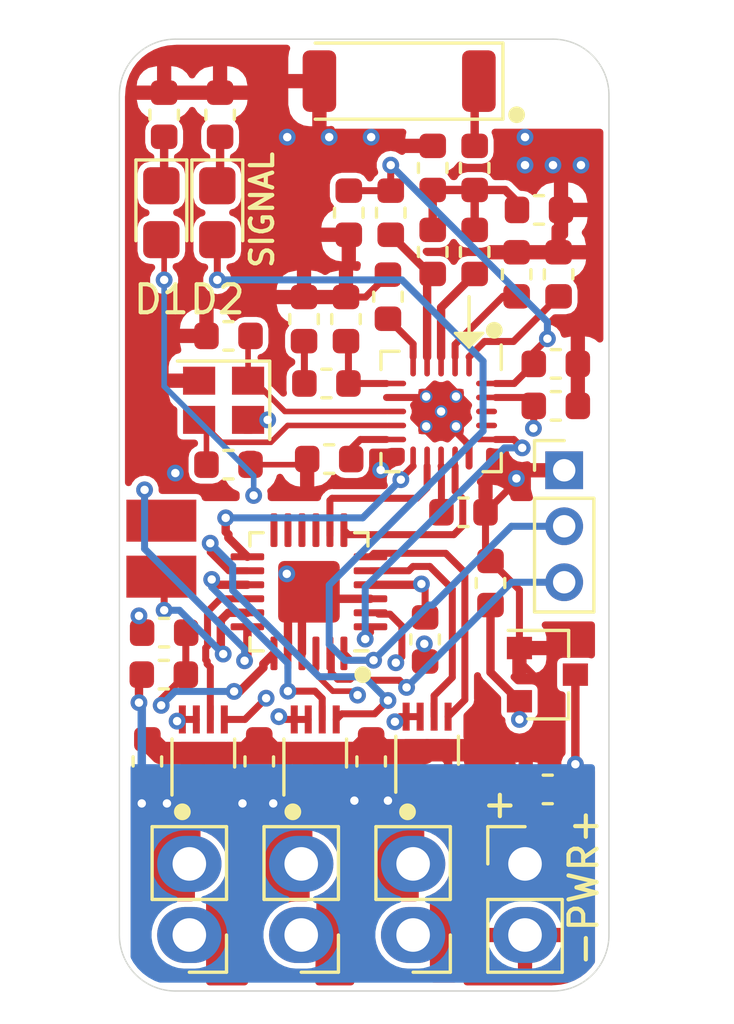
<source format=kicad_pcb>
(kicad_pcb (version 20200119) (host pcbnew "5.99.0-unknown-4f36980~101~ubuntu18.04.1")
  (title_block (title "Malenki-nano XS") (date "2020-04-27"))
  (layers (0 "F.Cu" signal) (1 "In1.Cu" signal) (2 "In2.Cu" signal hide) (31 "B.Cu" signal) (34 "B.Paste" user hide) (35 "F.Paste" user hide) (36 "B.SilkS" user) (37 "F.SilkS" user hide) (38 "B.Mask" user hide) (39 "F.Mask" user hide) (44 "Edge.Cuts" user))
  (net 0 "")
  (net 1 "GND")
  (net 2 "VBAT")
  (net 3 "VLOGIC")
  (net 4 "/radio/IMPMATCH")
  (net 5 "/radio/RFI")
  (net 6 "/radio/RFO")
  (net 7 "/radio/REGOA")
  (net 8 "/radio/VDA2")
  (net 9 "Net-(C14-Pad1)")
  (net 10 "Net-(C15-Pad1)")
  (net 11 "Net-(C16-Pad1)")
  (net 12 "Net-(C17-Pad1)")
  (net 13 "Net-(C18-Pad2)")
  (net 14 "Net-(C19-Pad1)")
  (net 15 "Net-(C22-Pad1)")
  (net 16 "Net-(C23-Pad1)")
  (net 17 "/radio/ANT")
  (net 18 "BLINKY")
  (net 19 "Net-(D1-Pad1)")
  (net 20 "TXDEBUG")
  (net 21 "Net-(D2-Pad1)")
  (net 22 "UPDI")
  (net 23 "WEAPON2")
  (net 24 "WEAPON3")
  (net 25 "Net-(J5-Pad2)")
  (net 26 "Net-(J5-Pad1)")
  (net 27 "Net-(J6-Pad2)")
  (net 28 "Net-(J6-Pad1)")
  (net 29 "Net-(J7-Pad2)")
  (net 30 "Net-(J7-Pad1)")
  (net 31 "VSENSE")
  (net 32 "Net-(U1-Pad18)")
  (net 33 "Net-(U1-Pad17)")
  (net 34 "GIO1")
  (net 35 "SPI_SDIO")
  (net 36 "SPI_SCK")
  (net 37 "SPI_SCS")
  (net 38 "MOTOR1R")
  (net 39 "MOTOR2R")
  (net 40 "MOTOR2F")
  (net 41 "Net-(U3-Pad12)")
  (net 42 "Net-(U3-Pad11)")
  (net 43 "Net-(U3-Pad10)")
  (net 44 "Net-(U3-Pad9)")
  (net 45 "MOTOR3F")
  (net 46 "MOTOR3R")
  (net 47 "MOTOR1F")
  (module "malenki-nano:a7105-QFN-20" (layer "F.Cu") (at 99.5 60.8 -90)
    (fp_text reference "U1" hide)
    (fp_text value "A7105")
    (pad "21" thru_hole circle (at 0.533333 0.533333 270) (size 0.45 0.45) (drill 0.3) (layers *.Cu *.Mask) (net 1 "GND"))
    (pad "21" thru_hole circle (at 0.533333 -0.533333 270) (size 0.45 0.45) (drill 0.3) (layers *.Cu *.Mask) (net 1 "GND"))
    (pad "21" thru_hole circle (at 0 0 270) (size 0.45 0.45) (drill 0.3) (layers *.Cu *.Mask) (net 1 "GND"))
    (pad "21" thru_hole circle (at -0.533333 0.533333 270) (size 0.45 0.45) (drill 0.3) (layers *.Cu *.Mask) (net 1 "GND"))
    (pad "21" thru_hole circle (at -0.533333 -0.533333 270) (size 0.45 0.45) (drill 0.3) (layers *.Cu *.Mask) (net 1 "GND"))
    (pad "21" smd rect (at 0.533333 0.533333 270) (size 0.533333 0.533333) (layers "F.Cu" "F.Paste" "F.Mask") (net 1 "GND"))
    (pad "21" smd rect (at 0.533333 0 270) (size 0.533333 0.533333) (layers "F.Cu" "F.Paste" "F.Mask") (net 1 "GND"))
    (pad "21" smd rect (at 0.533333 -0.533333 270) (size 0.533333 0.533333) (layers "F.Cu" "F.Paste" "F.Mask") (net 1 "GND"))
    (pad "21" smd rect (at 0 0.533333 270) (size 0.533333 0.533333) (layers "F.Cu" "F.Paste" "F.Mask") (net 1 "GND"))
    (pad "21" smd rect (at 0 0 270) (size 0.533333 0.533333) (layers "F.Cu" "F.Paste" "F.Mask") (net 1 "GND"))
    (pad "21" smd rect (at 0 -0.533333 270) (size 0.533333 0.533333) (layers "F.Cu" "F.Paste" "F.Mask") (net 1 "GND"))
    (pad "21" smd rect (at -0.533333 0.533333 270) (size 0.533333 0.533333) (layers "F.Cu" "F.Paste" "F.Mask") (net 1 "GND"))
    (pad "21" smd rect (at -0.533333 0 270) (size 0.533333 0.533333) (layers "F.Cu" "F.Paste" "F.Mask") (net 1 "GND"))
    (pad "21" smd rect (at -0.533333 -0.533333 270) (size 0.533333 0.533333) (layers "F.Cu" "F.Paste" "F.Mask") (net 1 "GND"))
    (pad "20" smd oval (at -1 -1.625 270) (size 0.2 0.75) (layers "F.Cu" "F.Paste" "F.Mask") (net 7 "/radio/REGOA"))
    (pad "19" smd oval (at -0.5 -1.625 270) (size 0.2 0.75) (layers "F.Cu" "F.Paste" "F.Mask") (net 3 "VLOGIC"))
    (pad "18" smd oval (at 0 -1.625 270) (size 0.2 0.75) (layers "F.Cu" "F.Paste" "F.Mask") (net 32 "Net-(U1-Pad18)"))
    (pad "17" smd oval (at 0.5 -1.625 270) (size 0.2 0.75) (layers "F.Cu" "F.Paste" "F.Mask") (net 33 "Net-(U1-Pad17)"))
    (pad "16" smd oval (at 1 -1.625 270) (size 0.2 0.75) (layers "F.Cu" "F.Paste" "F.Mask") (net 34 "GIO1"))
    (pad "15" smd oval (at 1.625 -1) (size 0.2 0.75) (layers "F.Cu" "F.Paste" "F.Mask") (net 1 "GND"))
    (pad "14" smd oval (at 1.625 -0.5) (size 0.2 0.75) (layers "F.Cu" "F.Paste" "F.Mask") (net 35 "SPI_SDIO"))
    (pad "13" smd oval (at 1.625 0) (size 0.2 0.75) (layers "F.Cu" "F.Paste" "F.Mask") (net 16 "Net-(C23-Pad1)"))
    (pad "12" smd oval (at 1.625 0.5) (size 0.2 0.75) (layers "F.Cu" "F.Paste" "F.Mask") (net 36 "SPI_SCK"))
    (pad "11" smd oval (at 1.625 1) (size 0.2 0.75) (layers "F.Cu" "F.Paste" "F.Mask") (net 37 "SPI_SCS"))
    (pad "10" smd oval (at 1 1.625 270) (size 0.2 0.75) (layers "F.Cu" "F.Paste" "F.Mask") (net 15 "Net-(C22-Pad1)"))
    (pad "9" smd oval (at 0.5 1.625 270) (size 0.2 0.75) (layers "F.Cu" "F.Paste" "F.Mask") (net 9 "Net-(C14-Pad1)"))
    (pad "8" smd oval (at 0 1.625 270) (size 0.2 0.75) (layers "F.Cu" "F.Paste" "F.Mask") (net 10 "Net-(C15-Pad1)"))
    (pad "7" smd oval (at -0.5 1.625 270) (size 0.2 0.75) (layers "F.Cu" "F.Paste" "F.Mask") (net 1 "GND"))
    (pad "6" smd oval (at -1 1.625 270) (size 0.2 0.75) (layers "F.Cu" "F.Paste" "F.Mask") (net 13 "Net-(C18-Pad2)"))
    (pad "5" smd oval (at -1.625 1) (size 0.2 0.75) (layers "F.Cu" "F.Paste" "F.Mask") (net 8 "/radio/VDA2"))
    (pad "4" smd oval (at -1.625 0.5) (size 0.2 0.75) (layers "F.Cu" "F.Paste" "F.Mask") (net 6 "/radio/RFO"))
    (pad "3" smd oval (at -1.625 0) (size 0.2 0.75) (layers "F.Cu" "F.Paste" "F.Mask") (net 5 "/radio/RFI"))
    (pad "2" smd oval (at -1.625 -0.5) (size 0.2 0.75) (layers "F.Cu" "F.Paste" "F.Mask") (net 12 "Net-(C17-Pad1)"))
    (pad "1" smd oval (at -1.625 -1) (size 0.2 0.75) (layers "F.Cu" "F.Paste" "F.Mask") (net 11 "Net-(C16-Pad1)"))
  )
  (module "RF_Antenna:Johanson_2450AT43F0100" (layer "F.Cu") (at 98 49 180)
    (fp_text reference "AE1" hide)
    (fp_text value "Rainsun AN2051-245")
    (pad "2" smd roundrect (at 2.85 0 180) (size 1.2 2.2) (layers "F.Cu" "F.Paste" "F.Mask") (roundrect_rratio 0.2083325) (net 1 "GND"))
    (pad "1" smd roundrect (at -2.85 0 180) (size 1.2 2.2) (layers "F.Cu" "F.Paste" "F.Mask") (roundrect_rratio 0.2083325) (net 17 "/radio/ANT"))
  )
  (module "Crystal:Crystal_SMD_2520-4Pin_2.5x2.0mm" (layer "F.Cu") (at 91.725 60.4 180)
    (fp_text reference "Y1" hide)
    (fp_text value "16 Mhz 20ppm")
    (pad "4" smd rect (at -0.875 -0.7 180) (size 1.15 1) (layers "F.Cu" "F.Paste" "F.Mask") (net 1 "GND"))
    (pad "3" smd rect (at 0.875 -0.7 180) (size 1.15 1) (layers "F.Cu" "F.Paste" "F.Mask") (net 9 "Net-(C14-Pad1)"))
    (pad "2" smd rect (at 0.875 0.7 180) (size 1.15 1) (layers "F.Cu" "F.Paste" "F.Mask") (net 1 "GND"))
    (pad "1" smd rect (at -0.875 0.7 180) (size 1.15 1) (layers "F.Cu" "F.Paste" "F.Mask") (net 10 "Net-(C15-Pad1)"))
  )
  (module "malenki-nano:WSON-8-1EP_2x2mm_P0.5mm_HAND1" (layer "F.Cu") (at 99 72.9 90)
    (fp_text reference "U7" hide)
    (fp_text value "DRV8837DSGR")
    (pad "6" smd rect (at 1.2 0.25 90) (size 1 0.25) (layers "F.Cu" "F.Paste" "F.Mask") (net 46 "MOTOR3R"))
    (pad "5" smd rect (at 1.2 0.75 90) (size 1 0.25) (layers "F.Cu" "F.Paste" "F.Mask") (net 45 "MOTOR3F"))
    (pad "4" smd rect (at -1.2 0.75 90) (size 1 0.25) (layers "F.Cu" "F.Paste" "F.Mask") (net 1 "GND"))
    (pad "2" smd rect (at -1.2 -0.25 90) (size 1 0.25) (layers "F.Cu" "F.Paste" "F.Mask") (net 29 "Net-(J7-Pad2)"))
    (pad "1" smd rect (at -1.2 -0.75 90) (size 1 0.25) (layers "F.Cu" "F.Paste" "F.Mask") (net 2 "VBAT"))
    (pad "9" smd rect (at 0 0 90) (size 0.8 1.6) (layers "F.Cu" "F.Mask") (net 1 "GND"))
    (pad "8" smd rect (at 1.2 -0.75 90) (size 1 0.25) (layers "F.Cu" "F.Paste" "F.Mask") (net 3 "VLOGIC"))
    (pad "7" smd rect (at 1.2 -0.25 90) (size 1 0.25) (layers "F.Cu" "F.Paste" "F.Mask") (net 3 "VLOGIC"))
    (pad "3" smd rect (at -1.2 0.25 90) (size 1 0.25) (layers "F.Cu" "F.Paste" "F.Mask") (net 30 "Net-(J7-Pad1)"))
  )
  (module "malenki-nano:WSON-8-1EP_2x2mm_P0.5mm_HAND1" (layer "F.Cu") (at 95 73 90)
    (fp_text reference "U6" hide)
    (fp_text value "DRV8837DSGR")
    (pad "6" smd rect (at 1.2 0.25 90) (size 1 0.25) (layers "F.Cu" "F.Paste" "F.Mask") (net 39 "MOTOR2R"))
    (pad "5" smd rect (at 1.2 0.75 90) (size 1 0.25) (layers "F.Cu" "F.Paste" "F.Mask") (net 40 "MOTOR2F"))
    (pad "4" smd rect (at -1.2 0.75 90) (size 1 0.25) (layers "F.Cu" "F.Paste" "F.Mask") (net 1 "GND"))
    (pad "2" smd rect (at -1.2 -0.25 90) (size 1 0.25) (layers "F.Cu" "F.Paste" "F.Mask") (net 27 "Net-(J6-Pad2)"))
    (pad "1" smd rect (at -1.2 -0.75 90) (size 1 0.25) (layers "F.Cu" "F.Paste" "F.Mask") (net 2 "VBAT"))
    (pad "9" smd rect (at 0 0 90) (size 0.8 1.6) (layers "F.Cu" "F.Mask") (net 1 "GND"))
    (pad "8" smd rect (at 1.2 -0.75 90) (size 1 0.25) (layers "F.Cu" "F.Paste" "F.Mask") (net 3 "VLOGIC"))
    (pad "7" smd rect (at 1.2 -0.25 90) (size 1 0.25) (layers "F.Cu" "F.Paste" "F.Mask") (net 3 "VLOGIC"))
    (pad "3" smd rect (at -1.2 0.25 90) (size 1 0.25) (layers "F.Cu" "F.Paste" "F.Mask") (net 28 "Net-(J6-Pad1)"))
  )
  (module "malenki-nano:WSON-8-1EP_2x2mm_P0.5mm_HAND1" (layer "F.Cu") (at 91 73 90)
    (fp_text reference "U5" hide)
    (fp_text value "DRV8837DSGR")
    (pad "6" smd rect (at 1.2 0.25 90) (size 1 0.25) (layers "F.Cu" "F.Paste" "F.Mask") (net 38 "MOTOR1R"))
    (pad "5" smd rect (at 1.2 0.75 90) (size 1 0.25) (layers "F.Cu" "F.Paste" "F.Mask") (net 47 "MOTOR1F"))
    (pad "4" smd rect (at -1.2 0.75 90) (size 1 0.25) (layers "F.Cu" "F.Paste" "F.Mask") (net 1 "GND"))
    (pad "2" smd rect (at -1.2 -0.25 90) (size 1 0.25) (layers "F.Cu" "F.Paste" "F.Mask") (net 25 "Net-(J5-Pad2)"))
    (pad "1" smd rect (at -1.2 -0.75 90) (size 1 0.25) (layers "F.Cu" "F.Paste" "F.Mask") (net 2 "VBAT"))
    (pad "9" smd rect (at 0 0 90) (size 0.8 1.6) (layers "F.Cu" "F.Mask") (net 1 "GND"))
    (pad "8" smd rect (at 1.2 -0.75 90) (size 1 0.25) (layers "F.Cu" "F.Paste" "F.Mask") (net 3 "VLOGIC"))
    (pad "7" smd rect (at 1.2 -0.25 90) (size 1 0.25) (layers "F.Cu" "F.Paste" "F.Mask") (net 3 "VLOGIC"))
    (pad "3" smd rect (at -1.2 0.25 90) (size 1 0.25) (layers "F.Cu" "F.Paste" "F.Mask") (net 26 "Net-(J5-Pad1)"))
  )
  (module "malenki-nano:qfn24-hand1" (layer "F.Cu") (at 94.775878 67.240223 180)
    (fp_text reference "U3" hide)
    (fp_text value "ATtiny1617-M")
    (pad "24" smd roundrect (at -1.25 -2.2 180) (size 0.25 1.2) (layers "F.Cu" "F.Paste" "F.Mask") (net 20 "TXDEBUG"))
    (pad "23" smd roundrect (at -0.75 -2.2 180) (size 0.25 1.2) (layers "F.Cu" "F.Paste" "F.Mask") (net 22 "UPDI"))
    (pad "22" smd roundrect (at -0.25 -2.2 180) (size 0.25 1.2) (layers "F.Cu" "F.Paste" "F.Mask") (net 18 "BLINKY"))
    (pad "21" smd roundrect (at 0.25 -2.2 180) (size 0.25 1.2) (layers "F.Cu" "F.Paste" "F.Mask") (net 1 "GND"))
    (pad "20" smd roundrect (at 0.75 -2.2 180) (size 0.25 1.2) (layers "F.Cu" "F.Paste" "F.Mask") (net 1 "GND"))
    (pad "19" smd roundrect (at 1.25 -2.2 180) (size 0.25 1.2) (layers "F.Cu" "F.Paste" "F.Mask") (net 31 "VSENSE"))
    (pad "18" smd roundrect (at 2.2 -1.25 180) (size 1.2 0.25) (layers "F.Cu" "F.Paste" "F.Mask") (net 24 "WEAPON3"))
    (pad "17" smd roundrect (at 2.2 -0.75 180) (size 1.2 0.25) (layers "F.Cu" "F.Paste" "F.Mask") (net 23 "WEAPON2"))
    (pad "16" smd roundrect (at 2.2 -0.25 180) (size 1.2 0.25) (layers "F.Cu" "F.Paste" "F.Mask") (net 38 "MOTOR1R"))
    (pad "15" smd roundrect (at 2.2 0.25 180) (size 1.2 0.25) (layers "F.Cu" "F.Paste" "F.Mask") (net 39 "MOTOR2R"))
    (pad "14" smd roundrect (at 2.2 0.75 180) (size 1.2 0.25) (layers "F.Cu" "F.Paste" "F.Mask") (net 40 "MOTOR2F"))
    (pad "13" smd roundrect (at 2.2 1.25 180) (size 1.2 0.25) (layers "F.Cu" "F.Paste" "F.Mask") (net 37 "SPI_SCS"))
    (pad "12" smd roundrect (at 1.25 2.2 180) (size 0.25 1.2) (layers "F.Cu" "F.Paste" "F.Mask") (net 41 "Net-(U3-Pad12)"))
    (pad "11" smd roundrect (at 0.75 2.2 180) (size 0.25 1.2) (layers "F.Cu" "F.Paste" "F.Mask") (net 42 "Net-(U3-Pad11)"))
    (pad "10" smd roundrect (at 0.25 2.2 180) (size 0.25 1.2) (layers "F.Cu" "F.Paste" "F.Mask") (net 43 "Net-(U3-Pad10)"))
    (pad "9" smd roundrect (at -0.25 2.2 180) (size 0.25 1.2) (layers "F.Cu" "F.Paste" "F.Mask") (net 44 "Net-(U3-Pad9)"))
    (pad "8" smd roundrect (at -0.75 2.2 180) (size 0.25 1.2) (layers "F.Cu" "F.Paste" "F.Mask") (net 36 "SPI_SCK"))
    (pad "7" smd roundrect (at -1.25 2.2 180) (size 0.25 1.2) (layers "F.Cu" "F.Paste" "F.Mask") (net 35 "SPI_SDIO"))
    (pad "6" smd roundrect (at -2.2 1.25 180) (size 1.2 0.25) (layers "F.Cu" "F.Paste" "F.Mask") (net 45 "MOTOR3F"))
    (pad "5" smd roundrect (at -2.2 0.75 180) (size 1.2 0.25) (layers "F.Cu" "F.Paste" "F.Mask") (net 46 "MOTOR3R"))
    (pad "4" smd roundrect (at -2.2 0.25 180) (size 1.2 0.25) (layers "F.Cu" "F.Paste" "F.Mask") (net 3 "VLOGIC"))
    (pad "3" smd roundrect (at -2.2 -0.25 180) (size 1.2 0.25) (layers "F.Cu" "F.Paste" "F.Mask") (net 1 "GND"))
    (pad "2" smd roundrect (at -2.2 -0.75 180) (size 1.2 0.25) (layers "F.Cu" "F.Paste" "F.Mask") (net 47 "MOTOR1F"))
    (pad "1" smd roundrect (at -2.2 -1.25 180) (size 1.2 0.25) (layers "F.Cu" "F.Paste" "F.Mask") (net 34 "GIO1"))
    (pad "25" smd roundrect (at 0 0 180) (size 2.2 2.2) (layers "F.Cu" "F.Mask") (roundrect_rratio 0.096) (net 1 "GND"))
  )
  (module "Package_TO_SOT_SMD:SOT-23" (layer "F.Cu") (at 103.3 70.2)
    (fp_text reference "U2" hide)
    (fp_text value "AIC1734-33GUTR")
    (pad "3" smd rect (at 1 0) (size 0.9 0.8) (layers "F.Cu" "F.Paste" "F.Mask") (net 2 "VBAT"))
    (pad "2" smd rect (at -1 0.95) (size 0.9 0.8) (layers "F.Cu" "F.Paste" "F.Mask") (net 3 "VLOGIC"))
    (pad "1" smd rect (at -1 -0.95) (size 0.9 0.8) (layers "F.Cu" "F.Paste" "F.Mask") (net 1 "GND"))
  )
  (module "Resistor_SMD:R_0603_1608Metric" (layer "F.Cu") (at 95.4 59.8)
    (fp_text reference "R5" hide)
    (fp_text value "200")
    (pad "2" smd roundrect (at 0.7875 0) (size 0.875 0.95) (layers "F.Cu" "F.Paste" "F.Mask") (net 13 "Net-(C18-Pad2)"))
    (pad "1" smd roundrect (at -0.7875 0) (size 0.875 0.95) (layers "F.Cu" "F.Paste" "F.Mask") (net 14 "Net-(C19-Pad1)"))
  )
  (module "Resistor_SMD:R_0603_1608Metric" (layer "F.Cu") (at 89.6 68.7 180)
    (fp_text reference "R4" hide)
    (fp_text value "10k")
    (pad "2" smd roundrect (at 0.7875 0 180) (size 0.875 0.95) (layers "F.Cu" "F.Paste" "F.Mask") (net 1 "GND"))
    (pad "1" smd roundrect (at -0.7875 0 180) (size 0.875 0.95) (layers "F.Cu" "F.Paste" "F.Mask") (net 31 "VSENSE"))
  )
  (module "Resistor_SMD:R_0603_1608Metric" (layer "F.Cu") (at 89.5875 70.2)
    (fp_text reference "R3" hide)
    (fp_text value "33k")
    (pad "2" smd roundrect (at 0.7875 0) (size 0.875 0.95) (layers "F.Cu" "F.Paste" "F.Mask") (net 31 "VSENSE"))
    (pad "1" smd roundrect (at -0.7875 0) (size 0.875 0.95) (layers "F.Cu" "F.Paste" "F.Mask") (net 2 "VBAT"))
  )
  (module "Resistor_SMD:R_0603_1608Metric" (layer "F.Cu") (at 91.6 50.2 90)
    (fp_text reference "R2" hide)
    (fp_text value "220R")
    (pad "2" smd roundrect (at 0.7875 0 90) (size 0.875 0.95) (layers "F.Cu" "F.Paste" "F.Mask") (net 1 "GND"))
    (pad "1" smd roundrect (at -0.7875 0 90) (size 0.875 0.95) (layers "F.Cu" "F.Paste" "F.Mask") (net 21 "Net-(D2-Pad1)"))
  )
  (module "Resistor_SMD:R_0603_1608Metric" (layer "F.Cu") (at 89.6 50.2 90)
    (fp_text reference "R1" hide)
    (fp_text value "220R")
    (pad "2" smd roundrect (at 0.7875 0 90) (size 0.875 0.95) (layers "F.Cu" "F.Paste" "F.Mask") (net 1 "GND"))
    (pad "1" smd roundrect (at -0.7875 0 90) (size 0.875 0.95) (layers "F.Cu" "F.Paste" "F.Mask") (net 19 "Net-(D1-Pad1)"))
  )
  (module "Inductor_SMD:L_0603_1608Metric" (layer "F.Cu") (at 97.7 53.7 90)
    (fp_text reference "L3" hide)
    (fp_text value "4.7nH")
    (pad "2" smd roundrect (at 0.7875 0 90) (size 0.875 0.95) (layers "F.Cu" "F.Paste" "F.Mask") (net 7 "/radio/REGOA"))
    (pad "1" smd roundrect (at -0.7875 0 90) (size 0.875 0.95) (layers "F.Cu" "F.Paste" "F.Mask") (net 6 "/radio/RFO"))
  )
  (module "Inductor_SMD:L_0603_1608Metric" (layer "F.Cu") (at 99.2 52.1 90)
    (fp_text reference "L2" hide)
    (fp_text value "4.7nH")
    (pad "2" smd roundrect (at 0.7875 0 90) (size 0.875 0.95) (layers "F.Cu" "F.Paste" "F.Mask") (net 1 "GND"))
    (pad "1" smd roundrect (at -0.7875 0 90) (size 0.875 0.95) (layers "F.Cu" "F.Paste" "F.Mask") (net 4 "/radio/IMPMATCH"))
  )
  (module "Inductor_SMD:L_0603_1608Metric" (layer "F.Cu") (at 100.7 52.1 -90)
    (fp_text reference "L1" hide)
    (fp_text value "2.7nH")
    (pad "2" smd roundrect (at 0.7875 0 270) (size 0.875 0.95) (layers "F.Cu" "F.Paste" "F.Mask") (net 4 "/radio/IMPMATCH"))
    (pad "1" smd roundrect (at -0.7875 0 270) (size 0.875 0.95) (layers "F.Cu" "F.Paste" "F.Mask") (net 17 "/radio/ANT"))
  )
  (module "malenki-nano:PinHeader_1x02_P2.54mm_BIG1" (layer "F.Cu") (at 98.5 79.5 180)
    (fp_text reference "J7" hide)
    (fp_text value "Conn_01x02_Male")
    (pad "1" thru_hole oval (at 0 0 180) (size 2.3 2) (drill 1.2) (layers *.Cu *.Mask) (net 30 "Net-(J7-Pad1)"))
    (pad "2" thru_hole oval (at 0 2.54 180) (size 2.3 2) (drill 1.2) (layers *.Cu *.Mask) (net 29 "Net-(J7-Pad2)"))
  )
  (module "malenki-nano:PinHeader_1x02_P2.54mm_BIG1" (layer "F.Cu") (at 94.5 79.5 180)
    (fp_text reference "J6" hide)
    (fp_text value "Conn_01x02_Male")
    (pad "2" thru_hole oval (at 0 2.54 180) (size 2.3 2) (drill 1.2) (layers *.Cu *.Mask) (net 27 "Net-(J6-Pad2)"))
    (pad "1" thru_hole oval (at 0 0 180) (size 2.3 2) (drill 1.2) (layers *.Cu *.Mask) (net 28 "Net-(J6-Pad1)"))
  )
  (module "malenki-nano:PinHeader_1x02_P2.54mm_BIG1" (layer "F.Cu") (at 90.5 79.5 180)
    (fp_text reference "J5" hide)
    (fp_text value "Conn_01x02_Male")
    (pad "2" thru_hole oval (at 0 2.54 180) (size 2.3 2) (drill 1.2) (layers *.Cu *.Mask) (net 25 "Net-(J5-Pad2)"))
    (pad "1" thru_hole oval (at 0 0 180) (size 2.3 2) (drill 1.2) (layers *.Cu *.Mask) (net 26 "Net-(J5-Pad1)"))
  )
  (module "malenki-nano:wirepad_2" (layer "F.Cu") (at 89.5 65.7 -90)
    (fp_text reference "J3" hide)
    (fp_text value "Conn_01x02")
    (pad "2" smd rect (at 1 0 270) (size 1.5 2.5) (layers "F.Cu" "F.Mask") (net 23 "WEAPON2"))
    (pad "1" smd rect (at -1 0 270) (size 1.5 2.5) (layers "F.Cu" "F.Mask") (net 24 "WEAPON3"))
  )
  (module "Connector_PinHeader_2.00mm:PinHeader_1x03_P2.00mm_Vertical" (layer "F.Cu") (at 103.9 62.9)
    (fp_text reference "J2" hide)
    (fp_text value "Conn_01x03")
    (pad "3" thru_hole oval (at 0 4) (size 1.35 1.35) (drill 0.8) (layers *.Cu *.Mask) (net 22 "UPDI"))
    (pad "2" thru_hole oval (at 0 2) (size 1.35 1.35) (drill 0.8) (layers *.Cu *.Mask) (net 20 "TXDEBUG"))
    (pad "1" thru_hole rect (at 0 0) (size 1.35 1.35) (drill 0.8) (layers *.Cu *.Mask) (net 1 "GND"))
  )
  (module "malenki-nano:PinHeader_1x02_P2.54mm_BIG1" (layer "F.Cu") (at 102.5 76.96)
    (fp_text reference "J1" hide)
    (fp_text value "Conn_01x02_Male")
    (pad "1" thru_hole oval (at 0 0) (size 2.3 2) (drill 1.2) (layers *.Cu *.Mask) (net 2 "VBAT"))
    (pad "2" thru_hole oval (at 0 2.54) (size 2.3 2) (drill 1.2) (layers *.Cu *.Mask) (net 1 "GND"))
  )
  (module "LED_SMD:LED_0805_2012Metric_Castellated" (layer "F.Cu") (at 91.5 53.7 -90)
    (fp_text reference "D2" (at 3.1 0 180) (layer "F.SilkS"))
    (fp_text value "LED Red")
    (pad "2" smd roundrect (at 0.9625 0 270) (size 1.325 1.3) (layers "F.Cu" "F.Paste" "F.Mask") (roundrect_rratio 0.1923069230769231) (net 20 "TXDEBUG"))
    (pad "1" smd roundrect (at -0.9625 0 270) (size 1.325 1.3) (layers "F.Cu" "F.Paste" "F.Mask") (roundrect_rratio 0.1923069230769231) (net 21 "Net-(D2-Pad1)"))
  )
  (module "LED_SMD:LED_0805_2012Metric_Castellated" (layer "F.Cu") (at 89.5 53.7 -90)
    (fp_text reference "D1" (at 3.1 0 180) (layer "F.SilkS"))
    (fp_text value "LED Blue")
    (pad "2" smd roundrect (at 0.9625 0 270) (size 1.325 1.3) (layers "F.Cu" "F.Paste" "F.Mask") (roundrect_rratio 0.1923069230769231) (net 18 "BLINKY"))
    (pad "1" smd roundrect (at -0.9625 0 270) (size 1.325 1.3) (layers "F.Cu" "F.Paste" "F.Mask") (roundrect_rratio 0.1923069230769231) (net 19 "Net-(D1-Pad1)"))
  )
  (module "Capacitor_SMD:C_0603_1608Metric" (layer "F.Cu") (at 100.3 64.4)
    (fp_text reference "C23" hide)
    (fp_text value "100nF")
    (pad "2" smd roundrect (at 0.7875 0) (size 0.875 0.95) (layers "F.Cu" "F.Paste" "F.Mask") (net 1 "GND"))
    (pad "1" smd roundrect (at -0.7875 0) (size 0.875 0.95) (layers "F.Cu" "F.Paste" "F.Mask") (net 16 "Net-(C23-Pad1)"))
  )
  (module "Capacitor_SMD:C_0603_1608Metric" (layer "F.Cu") (at 95.5 62.5 180)
    (fp_text reference "C22" hide)
    (fp_text value "100nF")
    (pad "2" smd roundrect (at 0.7875 0 180) (size 0.875 0.95) (layers "F.Cu" "F.Paste" "F.Mask") (net 1 "GND"))
    (pad "1" smd roundrect (at -0.7875 0 180) (size 0.875 0.95) (layers "F.Cu" "F.Paste" "F.Mask") (net 15 "Net-(C22-Pad1)"))
  )
  (module "Capacitor_SMD:C_0603_1608Metric" (layer "F.Cu") (at 103.6 60.6)
    (fp_text reference "C21" hide)
    (fp_text value "2.2uF")
    (pad "2" smd roundrect (at 0.7875 0) (size 0.875 0.95) (layers "F.Cu" "F.Paste" "F.Mask") (net 1 "GND"))
    (pad "1" smd roundrect (at -0.7875 0) (size 0.875 0.95) (layers "F.Cu" "F.Paste" "F.Mask") (net 3 "VLOGIC"))
  )
  (module "Capacitor_SMD:C_0603_1608Metric" (layer "F.Cu") (at 103.6 59.1)
    (fp_text reference "C20" hide)
    (fp_text value "2.2uF")
    (pad "2" smd roundrect (at 0.7875 0) (size 0.875 0.95) (layers "F.Cu" "F.Paste" "F.Mask") (net 1 "GND"))
    (pad "1" smd roundrect (at -0.7875 0) (size 0.875 0.95) (layers "F.Cu" "F.Paste" "F.Mask") (net 7 "/radio/REGOA"))
  )
  (module "Capacitor_SMD:C_0603_1608Metric" (layer "F.Cu") (at 94.6 57.5 90)
    (fp_text reference "C19" hide)
    (fp_text value "10nF")
    (pad "2" smd roundrect (at 0.7875 0 90) (size 0.875 0.95) (layers "F.Cu" "F.Paste" "F.Mask") (net 1 "GND"))
    (pad "1" smd roundrect (at -0.7875 0 90) (size 0.875 0.95) (layers "F.Cu" "F.Paste" "F.Mask") (net 14 "Net-(C19-Pad1)"))
  )
  (module "Capacitor_SMD:C_0603_1608Metric" (layer "F.Cu") (at 96.1 57.5 -90)
    (fp_text reference "C18" hide)
    (fp_text value "560pF")
    (pad "2" smd roundrect (at 0.7875 0 270) (size 0.875 0.95) (layers "F.Cu" "F.Paste" "F.Mask") (net 13 "Net-(C18-Pad2)"))
    (pad "1" smd roundrect (at -0.7875 0 270) (size 0.875 0.95) (layers "F.Cu" "F.Paste" "F.Mask") (net 1 "GND"))
  )
  (module "Capacitor_SMD:C_0603_1608Metric" (layer "F.Cu") (at 102.2 55.9 90)
    (fp_text reference "C17" hide)
    (fp_text value "100nF")
    (pad "2" smd roundrect (at 0.7875 0 90) (size 0.875 0.95) (layers "F.Cu" "F.Paste" "F.Mask") (net 1 "GND"))
    (pad "1" smd roundrect (at -0.7875 0 90) (size 0.875 0.95) (layers "F.Cu" "F.Paste" "F.Mask") (net 12 "Net-(C17-Pad1)"))
  )
  (module "Capacitor_SMD:C_0603_1608Metric" (layer "F.Cu") (at 103.7 55.9 90)
    (fp_text reference "C16" hide)
    (fp_text value "100nF")
    (pad "2" smd roundrect (at 0.7875 0 90) (size 0.875 0.95) (layers "F.Cu" "F.Paste" "F.Mask") (net 1 "GND"))
    (pad "1" smd roundrect (at -0.7875 0 90) (size 0.875 0.95) (layers "F.Cu" "F.Paste" "F.Mask") (net 11 "Net-(C16-Pad1)"))
  )
  (module "Capacitor_SMD:C_0603_1608Metric" (layer "F.Cu") (at 91.9 58.1 180)
    (fp_text reference "C15" hide)
    (fp_text value "33pF")
    (pad "2" smd roundrect (at 0.7875 0 180) (size 0.875 0.95) (layers "F.Cu" "F.Paste" "F.Mask") (net 1 "GND"))
    (pad "1" smd roundrect (at -0.7875 0 180) (size 0.875 0.95) (layers "F.Cu" "F.Paste" "F.Mask") (net 10 "Net-(C15-Pad1)"))
  )
  (module "Capacitor_SMD:C_0603_1608Metric" (layer "F.Cu") (at 91.9 62.7)
    (fp_text reference "C14" hide)
    (fp_text value "33pF")
    (pad "2" smd roundrect (at 0.7875 0) (size 0.875 0.95) (layers "F.Cu" "F.Paste" "F.Mask") (net 1 "GND"))
    (pad "1" smd roundrect (at -0.7875 0) (size 0.875 0.95) (layers "F.Cu" "F.Paste" "F.Mask") (net 9 "Net-(C14-Pad1)"))
  )
  (module "Capacitor_SMD:C_0603_1608Metric" (layer "F.Cu") (at 97.6 56.7 90)
    (fp_text reference "C13" hide)
    (fp_text value "100nF")
    (pad "2" smd roundrect (at 0.7875 0 90) (size 0.875 0.95) (layers "F.Cu" "F.Paste" "F.Mask") (net 1 "GND"))
    (pad "1" smd roundrect (at -0.7875 0 90) (size 0.875 0.95) (layers "F.Cu" "F.Paste" "F.Mask") (net 8 "/radio/VDA2"))
  )
  (module "Capacitor_SMD:C_0603_1608Metric" (layer "F.Cu") (at 96.2 53.7 -90)
    (fp_text reference "C12" hide)
    (fp_text value "100nF")
    (pad "2" smd roundrect (at 0.7875 0 270) (size 0.875 0.95) (layers "F.Cu" "F.Paste" "F.Mask") (net 1 "GND"))
    (pad "1" smd roundrect (at -0.7875 0 270) (size 0.875 0.95) (layers "F.Cu" "F.Paste" "F.Mask") (net 7 "/radio/REGOA"))
  )
  (module "Capacitor_SMD:C_0603_1608Metric" (layer "F.Cu") (at 99.2 55.1 -90)
    (fp_text reference "C11" hide)
    (fp_text value "10pF")
    (pad "2" smd roundrect (at 0.7875 0 270) (size 0.875 0.95) (layers "F.Cu" "F.Paste" "F.Mask") (net 6 "/radio/RFO"))
    (pad "1" smd roundrect (at -0.7875 0 270) (size 0.875 0.95) (layers "F.Cu" "F.Paste" "F.Mask") (net 4 "/radio/IMPMATCH"))
  )
  (module "Capacitor_SMD:C_0603_1608Metric" (layer "F.Cu") (at 100.7 55.1 -90)
    (fp_text reference "C10" hide)
    (fp_text value "22pF")
    (pad "2" smd roundrect (at 0.7875 0 270) (size 0.875 0.95) (layers "F.Cu" "F.Paste" "F.Mask") (net 5 "/radio/RFI"))
    (pad "1" smd roundrect (at -0.7875 0 270) (size 0.875 0.95) (layers "F.Cu" "F.Paste" "F.Mask") (net 4 "/radio/IMPMATCH"))
  )
  (module "Capacitor_SMD:C_0603_1608Metric" (layer "F.Cu") (at 103 53.6)
    (fp_text reference "C9" hide)
    (fp_text value "1pF")
    (pad "2" smd roundrect (at 0.7875 0) (size 0.875 0.95) (layers "F.Cu" "F.Paste" "F.Mask") (net 1 "GND"))
    (pad "1" smd roundrect (at -0.7875 0) (size 0.875 0.95) (layers "F.Cu" "F.Paste" "F.Mask") (net 4 "/radio/IMPMATCH"))
  )
  (module "Capacitor_SMD:C_0603_1608Metric" (layer "F.Cu") (at 97 73.3 90)
    (fp_text reference "C7" hide)
    (fp_text value "10uF")
    (pad "2" smd roundrect (at 0.7875 0 90) (size 0.875 0.95) (layers "F.Cu" "F.Paste" "F.Mask") (net 1 "GND"))
    (pad "1" smd roundrect (at -0.7875 0 90) (size 0.875 0.95) (layers "F.Cu" "F.Paste" "F.Mask") (net 2 "VBAT"))
  )
  (module "Capacitor_SMD:C_0603_1608Metric" (layer "F.Cu") (at 93 73.3 90)
    (fp_text reference "C6" hide)
    (fp_text value "10uF")
    (pad "2" smd roundrect (at 0.7875 0 90) (size 0.875 0.95) (layers "F.Cu" "F.Paste" "F.Mask") (net 1 "GND"))
    (pad "1" smd roundrect (at -0.7875 0 90) (size 0.875 0.95) (layers "F.Cu" "F.Paste" "F.Mask") (net 2 "VBAT"))
  )
  (module "Capacitor_SMD:C_0603_1608Metric" (layer "F.Cu") (at 89 73.3 90)
    (fp_text reference "C5" hide)
    (fp_text value "10uF")
    (pad "2" smd roundrect (at 0.7875 0 90) (size 0.875 0.95) (layers "F.Cu" "F.Paste" "F.Mask") (net 1 "GND"))
    (pad "1" smd roundrect (at -0.7875 0 90) (size 0.875 0.95) (layers "F.Cu" "F.Paste" "F.Mask") (net 2 "VBAT"))
  )
  (module "Capacitor_SMD:C_0603_1608Metric" (layer "F.Cu") (at 98.928033 68.942132 -90)
    (fp_text reference "C4" hide)
    (fp_text value "0.1uF")
    (pad "2" smd roundrect (at 0.7875 0 270) (size 0.875 0.95) (layers "F.Cu" "F.Paste" "F.Mask") (net 1 "GND"))
    (pad "1" smd roundrect (at -0.7875 0 270) (size 0.875 0.95) (layers "F.Cu" "F.Paste" "F.Mask") (net 3 "VLOGIC"))
  )
  (module "Capacitor_SMD:C_0603_1608Metric" (layer "F.Cu") (at 101.266239 66.926958 90)
    (fp_text reference "C3" hide)
    (fp_text value "10uF")
    (pad "2" smd roundrect (at 0.7875 0 90) (size 0.875 0.95) (layers "F.Cu" "F.Paste" "F.Mask") (net 1 "GND"))
    (pad "1" smd roundrect (at -0.7875 0 90) (size 0.875 0.95) (layers "F.Cu" "F.Paste" "F.Mask") (net 3 "VLOGIC"))
  )
  (module "Capacitor_SMD:C_0603_1608Metric" (layer "F.Cu") (at 103.3125 74.3 180)
    (fp_text reference "C2" hide)
    (fp_text value "10uF")
    (pad "2" smd roundrect (at 0.7875 0 180) (size 0.875 0.95) (layers "F.Cu" "F.Paste" "F.Mask") (net 1 "GND"))
    (pad "1" smd roundrect (at -0.7875 0 180) (size 0.875 0.95) (layers "F.Cu" "F.Paste" "F.Mask") (net 2 "VBAT"))
  )
  (gr_text "SIGNAL" (at 93.1 53.6 90) (layer "F.SilkS") (effects (font (size 0.8 0.8))))
  (gr_text "+" (at 101.6 74.8) (layer "F.SilkS") (effects (font (size 1 1))))
  (gr_text "-PWR+" (at 104.6 77.8 90) (layer "F.SilkS") (effects (font (size 1 1))))
  (gr_circle (center 102.2 50.2) (end 102.35 50.2) (layer "F.SilkS") (width 0.3))
  (gr_circle (center 101.4 57.9) (end 101.55 57.9) (layer "F.SilkS") (width 0.3))
  (gr_circle (center 90.25 75.1) (end 90.4 75.1) (layer "F.SilkS") (width 0.3))
  (gr_circle (center 94.2 75.1) (end 94.35 75.1) (layer "F.SilkS") (width 0.3))
  (gr_circle (center 98.3 75.1) (end 98.45 75.1) (layer "F.SilkS") (width 0.3))
  (gr_circle (center 96.7 70.2) (end 96.85 70.2) (layer "F.SilkS") (width 0.3))
  (gr_poly (pts (xy 100.5 58.5) (xy 100 58) (xy 101 58)) (layer "F.SilkS") (width 0.1))
  (gr_line (start 100.5 56.7) (end 100.5 58.5) (layer "F.SilkS") (width 0.12))
  (gr_arc (start 103.5 79.5) (end 103.5 81.5) (angle -90) (layer "Edge.Cuts") (width 0.05))
  (gr_arc (start 90 79.5) (end 88 79.5) (angle -90) (layer "Edge.Cuts") (width 0.05))
  (gr_arc (start 90 49.5) (end 90 47.5) (angle -90) (layer "Edge.Cuts") (width 0.05))
  (gr_arc (start 103.5 49.5) (end 105.5 49.5) (angle -90) (layer "Edge.Cuts") (width 0.05))
  (gr_line (start 88 79.5) (end 88 49.5) (layer "Edge.Cuts") (width 0.05))
  (gr_line (start 103.5 81.5) (end 90 81.5) (layer "Edge.Cuts") (width 0.05))
  (gr_line (start 105.5 49.5) (end 105.5 79.5) (layer "Edge.Cuts") (width 0.05))
  (gr_line (start 90 47.5) (end 103.5 47.5) (layer "Edge.Cuts") (width 0.05))
  (segment (start 104.3 73.4) (end 104.3 75.16) (width 0.3) (layer "B.Cu") (net 2))
  (segment (start 104.3 75.16) (end 102.5 76.96) (width 0.3) (layer "B.Cu") (net 2))
  (segment (start 104.1 74.3) (end 104.1 75.36) (width 0.3) (layer "F.Cu") (net 2))
  (segment (start 104.1 75.36) (end 102.5 76.96) (width 0.3) (layer "F.Cu") (net 2))
  (segment (start 102.5 76.96) (end 102.94 76.96) (width 0.25) (layer "F.Cu") (net 2))
  (segment (start 95.5 67) (end 101 61.5) (width 0.25) (layer "B.Cu") (net 20))
  (segment (start 97.086049 69.686094) (end 96.06183 69.686094) (width 0.25) (layer "B.Cu") (net 20))
  (segment (start 96.06183 69.686094) (end 95.5 69.124264) (width 0.25) (layer "B.Cu") (net 20))
  (segment (start 95.5 69.124264) (end 95.5 67) (width 0.25) (layer "B.Cu") (net 20))
  (segment (start 101 61.5) (end 101 59) (width 0.25) (layer "B.Cu") (net 20))
  (segment (start 98.1 56.1) (end 91.5 56.1) (width 0.25) (layer "B.Cu") (net 20))
  (segment (start 101 59) (end 98.1 56.1) (width 0.25) (layer "B.Cu") (net 20))
  (via (at 91.5 56.1) (size 0.6) (drill 0.3) (layers "F.Cu" "B.Cu") (net 20))
  (segment (start 91.5 54.6625) (end 91.5 56.1) (width 0.25) (layer "F.Cu") (net 20))
  (segment (start 100.5 62.051054) (end 100.42499 61.976044) (width 0.25) (layer "F.Cu") (net 1))
  (segment (start 100.5 62.75) (end 100.5 62.051054) (width 0.25) (layer "F.Cu") (net 1))
  (segment (start 100.42499 61.976044) (end 100.42499 61.92499) (width 0.25) (layer "F.Cu") (net 1))
  (segment (start 100.42499 61.92499) (end 99.5 61) (width 0.25) (layer "F.Cu") (net 1))
  (segment (start 99.5 61) (end 99.5 60.8) (width 0.25) (layer "F.Cu") (net 1))
  (via (at 93.983836 66.599937) (size 0.6) (drill 0.3) (layers "F.Cu" "B.Cu") (net 1))
  (segment (start 99.096106 66.3361) (end 98.496102 66.3361) (width 0.25) (layer "F.Cu") (net 46))
  (segment (start 99.75 71.7) (end 100.350011 71.099989) (width 0.25) (layer "F.Cu") (net 45))
  (segment (start 91.8 64.6) (end 96.69677 64.6) (width 0.25) (layer "B.Cu") (net 37))
  (segment (start 98.06089 63.18911) (end 98.06089 63.23588) (width 0.25) (layer "F.Cu") (net 37))
  (via (at 98.796104 66.961102) (size 0.6) (drill 0.3) (layers "F.Cu" "B.Cu") (net 3))
  (segment (start 102.4 62.1) (end 101.763589 62.1) (width 0.25) (layer "B.Cu") (net 34))
  (segment (start 96.786618 67.076971) (end 96.786618 68.929484) (width 0.25) (layer "B.Cu") (net 34))
  (segment (start 101.763589 62.1) (end 96.786618 67.076971) (width 0.25) (layer "B.Cu") (net 34))
  (segment (start 99.25 71.7) (end 99.25 70.95) (width 0.25) (layer "F.Cu") (net 46))
  (segment (start 99.25 70.95) (end 99.9 70.3) (width 0.25) (layer "F.Cu") (net 46))
  (segment (start 97.100878 65.865223) (end 96.975878 65.990223) (width 0.25) (layer "F.Cu") (net 45))
  (segment (start 98.341979 66.490223) (end 96.975878 66.490223) (width 0.25) (layer "F.Cu") (net 46))
  (segment (start 98.5 62.75) (end 98.06089 63.18911) (width 0.25) (layer "F.Cu") (net 37))
  (segment (start 100.350011 71.099989) (end 100.350011 66.550011) (width 0.25) (layer "F.Cu") (net 45))
  (segment (start 99.9 70.3) (end 99.9 67.139994) (width 0.25) (layer "F.Cu") (net 46))
  (segment (start 96.69677 64.6) (end 98.06089 63.23588) (width 0.25) (layer "B.Cu") (net 37))
  (segment (start 99.9 67.139994) (end 99.096106 66.3361) (width 0.25) (layer "F.Cu") (net 46))
  (segment (start 96.975878 66.990223) (end 98.766983 66.990223) (width 0.3) (layer "F.Cu") (net 3))
  (segment (start 98.928033 68.154632) (end 98.928033 67.093031) (width 0.25) (layer "F.Cu") (net 3))
  (segment (start 92.049991 67.186401) (end 95.138589 70.274999) (width 0.25) (layer "B.Cu") (net 40))
  (segment (start 95.138589 70.274999) (end 96.752652 70.274999) (width 0.25) (layer "B.Cu") (net 40))
  (segment (start 96.752652 70.274999) (end 97.600562 71.122909) (width 0.25) (layer "B.Cu") (net 40))
  (via (at 97.33912 62.890819) (size 0.6) (drill 0.3) (layers "F.Cu" "B.Cu") (net 1))
  (segment (start 94.023658 70.789527) (end 94.023658 69.796479) (width 0.25) (layer "B.Cu") (net 39))
  (segment (start 91.3 67.072821) (end 91.3 66.8) (width 0.25) (layer "B.Cu") (net 39))
  (segment (start 99.665223 65.865223) (end 97.100878 65.865223) (width 0.25) (layer "F.Cu") (net 45))
  (segment (start 97.386595 62.913405) (end 97.361706 62.913405) (width 0.25) (layer "F.Cu") (net 1))
  (segment (start 100.350011 66.550011) (end 99.665223 65.865223) (width 0.25) (layer "F.Cu") (net 45))
  (segment (start 98.766983 66.990223) (end 98.796104 66.961102) (width 0.3) (layer "F.Cu") (net 3))
  (segment (start 92.049991 66.308254) (end 92.049991 67.186401) (width 0.25) (layer "B.Cu") (net 40))
  (segment (start 94.023658 69.796479) (end 91.3 67.072821) (width 0.25) (layer "B.Cu") (net 39))
  (segment (start 91.246954 65.505217) (end 92.049991 66.308254) (width 0.25) (layer "B.Cu") (net 40))
  (segment (start 97.361706 62.913405) (end 97.33912 62.890819) (width 0.25) (layer "F.Cu") (net 1))
  (segment (start 98.928033 67.093031) (end 98.796104 66.961102) (width 0.25) (layer "F.Cu") (net 3))
  (via (at 98.06089 63.23588) (size 0.6) (drill 0.3) (layers "F.Cu" "B.Cu") (net 37))
  (segment (start 98.496102 66.3361) (end 98.341979 66.490223) (width 0.25) (layer "F.Cu") (net 46))
  (segment (start 102.3 71.15) (end 102.3 71.8) (width 0.3) (layer "F.Cu") (net 3))
  (via (at 102.3 71.8) (size 0.6) (drill 0.3) (layers "F.Cu" "B.Cu") (net 3))
  (segment (start 99 56.0875) (end 99.2 55.8875) (width 0.3) (layer "F.Cu") (net 6))
  (segment (start 99 58.85) (end 99 56.0875) (width 0.3) (layer "F.Cu") (net 6))
  (segment (start 99.5 57.0875) (end 100.7 55.8875) (width 0.3) (layer "F.Cu") (net 5))
  (segment (start 99.5 58.85) (end 99.5 57.0875) (width 0.3) (layer "F.Cu") (net 5))
  (segment (start 99.2 54.3125) (end 99.2 52.8875) (width 0.3) (layer "F.Cu") (net 4))
  (segment (start 100.7 54.3125) (end 100.7 52.8875) (width 0.3) (layer "F.Cu") (net 4))
  (segment (start 101.7875 52.8875) (end 100.7 52.8875) (width 0.3) (layer "F.Cu") (net 4))
  (segment (start 102.2125 53.3125) (end 101.7875 52.8875) (width 0.3) (layer "F.Cu") (net 4))
  (segment (start 102.2125 53.6) (end 102.2125 53.3125) (width 0.3) (layer "F.Cu") (net 4))
  (segment (start 100.7 52.8875) (end 99.2 52.8875) (width 0.3) (layer "F.Cu") (net 4))
  (segment (start 100.7 49.15) (end 100.85 49) (width 0.3) (layer "F.Cu") (net 17))
  (segment (start 100.7 51.3125) (end 100.7 49.15) (width 0.3) (layer "F.Cu") (net 17))
  (segment (start 99.1 55.8875) (end 97.7 54.4875) (width 0.3) (layer "F.Cu") (net 6))
  (segment (start 99.2 55.8875) (end 99.1 55.8875) (width 0.3) (layer "F.Cu") (net 6))
  (segment (start 97.7 52.9125) (end 96.2 52.9125) (width 0.25) (layer "F.Cu") (net 7))
  (segment (start 98.5 58.3875) (end 97.6 57.4875) (width 0.25) (layer "F.Cu") (net 8))
  (segment (start 98.5 58.85) (end 98.5 58.3875) (width 0.25) (layer "F.Cu") (net 8))
  (segment (start 100 58.402692) (end 101.715192 56.6875) (width 0.25) (layer "F.Cu") (net 12))
  (segment (start 101.715192 56.6875) (end 102.2 56.6875) (width 0.25) (layer "F.Cu") (net 12))
  (segment (start 100 58.85) (end 100 58.402692) (width 0.25) (layer "F.Cu") (net 12))
  (segment (start 102.08751 58.29999) (end 103.7 56.6875) (width 0.25) (layer "F.Cu") (net 11))
  (segment (start 101.05001 58.29999) (end 102.08751 58.29999) (width 0.25) (layer "F.Cu") (net 11))
  (segment (start 100.5 58.85) (end 101.05001 58.29999) (width 0.25) (layer "F.Cu") (net 11))
  (segment (start 102.1125 59.8) (end 102.8125 59.1) (width 0.25) (layer "F.Cu") (net 7))
  (segment (start 101.45 59.8) (end 102.1125 59.8) (width 0.25) (layer "F.Cu") (net 7))
  (segment (start 102.5125 60.3) (end 102.8125 60.6) (width 0.25) (layer "F.Cu") (net 3))
  (segment (start 101.45 60.3) (end 102.5125 60.3) (width 0.25) (layer "F.Cu") (net 3))
  (segment (start 96.6125 61.8) (end 96.1 62.3125) (width 0.25) (layer "F.Cu") (net 15))
  (segment (start 97.55 61.8) (end 96.6125 61.8) (width 0.25) (layer "F.Cu") (net 15))
  (segment (start 91.650001 61.900001) (end 90.85 61.1) (width 0.2) (layer "F.Cu") (net 9))
  (segment (start 94.015002 61.3) (end 93.415001 61.900001) (width 0.2) (layer "F.Cu") (net 9))
  (segment (start 93.415001 61.900001) (end 91.650001 61.900001) (width 0.2) (layer "F.Cu") (net 9))
  (segment (start 97.55 61.3) (end 94.015002 61.3) (width 0.2) (layer "F.Cu") (net 9))
  (segment (start 92.815002 59.7) (end 92.6 59.7) (width 0.2) (layer "F.Cu") (net 10))
  (segment (start 93.915002 60.8) (end 92.815002 59.7) (width 0.2) (layer "F.Cu") (net 10))
  (segment (start 97.55 60.8) (end 93.915002 60.8) (width 0.2) (layer "F.Cu") (net 10))
  (segment (start 91.1125 61.3625) (end 90.85 61.1) (width 0.2) (layer "F.Cu") (net 9))
  (segment (start 91.1125 62.7) (end 91.1125 61.3625) (width 0.2) (layer "F.Cu") (net 9))
  (segment (start 92.6 58.1875) (end 92.6875 58.1) (width 0.2) (layer "F.Cu") (net 10))
  (segment (start 92.6 59.7) (end 92.6 58.1875) (width 0.2) (layer "F.Cu") (net 10))
  (segment (start 94.6125 58.3) (end 94.6 58.2875) (width 0.25) (layer "F.Cu") (net 14))
  (segment (start 94.6125 59.8) (end 94.6125 58.3) (width 0.25) (layer "F.Cu") (net 14))
  (segment (start 96.1875 58.375) (end 96.1 58.2875) (width 0.25) (layer "F.Cu") (net 13))
  (segment (start 96.1875 59.8) (end 96.1875 58.375) (width 0.25) (layer "F.Cu") (net 13))
  (segment (start 102.8125 61.3875) (end 102.8 61.4) (width 0.25) (layer "F.Cu") (net 3))
  (via (at 102.8 61.4) (size 0.6) (drill 0.3) (layers "F.Cu" "B.Cu") (net 3))
  (segment (start 102.8125 60.6) (end 102.8125 61.3875) (width 0.25) (layer "F.Cu") (net 3))
  (segment (start 97.7 52) (end 97.7 52.9125) (width 0.25) (layer "F.Cu") (net 7))
  (via (at 97.7 52) (size 0.6) (drill 0.3) (layers "F.Cu" "B.Cu") (net 7))
  (segment (start 103.3 58.2) (end 103.3 57.6) (width 0.25) (layer "B.Cu") (net 7))
  (segment (start 102.8125 59.1) (end 102.8125 58.6875) (width 0.25) (layer "F.Cu") (net 7))
  (segment (start 102.8125 58.6875) (end 103.3 58.2) (width 0.25) (layer "F.Cu") (net 7))
  (segment (start 103.3 57.6) (end 97.7 52) (width 0.25) (layer "B.Cu") (net 7))
  (via (at 103.3 58.2) (size 0.6) (drill 0.3) (layers "F.Cu" "B.Cu") (net 7))
  (via (at 102.5 51) (size 0.6) (drill 0.3) (layers "F.Cu" "B.Cu") (net 1))
  (via (at 102.5 52) (size 0.6) (drill 0.3) (layers "F.Cu" "B.Cu") (net 1))
  (via (at 104.5 52) (size 0.6) (drill 0.3) (layers "F.Cu" "B.Cu") (net 1))
  (via (at 103.5 52) (size 0.6) (drill 0.3) (layers "F.Cu" "B.Cu") (net 1))
  (via (at 97 51) (size 0.6) (drill 0.3) (layers "F.Cu" "B.Cu") (net 1))
  (via (at 95.5 51) (size 0.6) (drill 0.3) (layers "F.Cu" "B.Cu") (net 1))
  (via (at 94 51) (size 0.6) (drill 0.3) (layers "F.Cu" "B.Cu") (net 1))
  (via (at 90 63) (size 0.6) (drill 0.3) (layers "F.Cu" "B.Cu") (net 1))
  (segment (start 96.8 56.7125) (end 97.6 55.9125) (width 0.25) (layer "F.Cu") (net 1))
  (segment (start 96.1 56.7125) (end 96.8 56.7125) (width 0.25) (layer "F.Cu") (net 1))
  (segment (start 99 60.3) (end 99.5 60.8) (width 0.25) (layer "F.Cu") (net 1))
  (segment (start 97.55 60.3) (end 99 60.3) (width 0.25) (layer "F.Cu") (net 1))
  (segment (start 96.1875 59.8) (end 97.55 59.8) (width 0.25) (layer "F.Cu") (net 13))
  (segment (start 99.5125 62.7625) (end 99.5 62.75) (width 0.25) (layer "F.Cu") (net 16))
  (segment (start 99.5125 64.4) (end 99.5125 62.7625) (width 0.25) (layer "F.Cu") (net 16))
  (via (at 91.8 64.6) (size 0.6) (drill 0.3) (layers "F.Cu" "B.Cu") (net 37))
  (via (at 91.246954 65.505217) (size 0.6) (drill 0.3) (layers "F.Cu" "B.Cu") (net 40))
  (segment (start 100.27501 64.878974) (end 99.953984 65.2) (width 0.25) (layer "F.Cu") (net 35))
  (segment (start 100 63.646016) (end 100.27501 63.921026) (width 0.25) (layer "F.Cu") (net 35))
  (segment (start 100 62.75) (end 100 63.646016) (width 0.25) (layer "F.Cu") (net 35))
  (segment (start 100.27501 63.921026) (end 100.27501 64.878974) (width 0.25) (layer "F.Cu") (net 35))
  (segment (start 101.266239 70.116239) (end 101.266239 67.714458) (width 0.3) (layer "F.Cu") (net 3))
  (segment (start 102.3 71.15) (end 101.266239 70.116239) (width 0.3) (layer "F.Cu") (net 3))
  (via (at 102.191949 63.191949) (size 0.6) (drill 0.3) (layers "F.Cu" "B.Cu") (net 1))
  (segment (start 102.1 61.8) (end 101.45 61.8) (width 0.25) (layer "F.Cu") (net 34))
  (via (at 102.4 62.1) (size 0.6) (drill 0.3) (layers "F.Cu" "B.Cu") (net 34))
  (segment (start 102.4 62.1) (end 102.1 61.8) (width 0.25) (layer "F.Cu") (net 34))
  (segment (start 89.6 66.8) (end 89.5 66.7) (width 0.25) (layer "F.Cu") (net 23))
  (via (at 89.6 67.9) (size 0.6) (drill 0.3) (layers "F.Cu" "B.Cu") (net 23))
  (segment (start 89.6 67.9) (end 89.6 66.8) (width 0.25) (layer "F.Cu") (net 23))
  (segment (start 88.9 63.6) (end 88.9 64.1) (width 0.25) (layer "F.Cu") (net 24))
  (via (at 88.9 63.6) (size 0.6) (drill 0.3) (layers "F.Cu" "B.Cu") (net 24))
  (segment (start 88.9 64.1) (end 89.5 64.7) (width 0.25) (layer "F.Cu") (net 24))
  (segment (start 94.75 71.8) (end 94.25 71.8) (width 0.25) (layer "F.Cu") (net 3))
  (via (at 94.023658 70.789527) (size 0.6) (drill 0.3) (layers "F.Cu" "B.Cu") (net 39))
  (segment (start 92.487137 71.8) (end 93.245517 71.04162) (width 0.25) (layer "F.Cu") (net 47))
  (via (at 93.245517 71.04162) (size 0.6) (drill 0.3) (layers "F.Cu" "B.Cu") (net 47))
  (segment (start 93.8 71.8) (end 93.7 71.7) (width 0.25) (layer "F.Cu") (net 3))
  (segment (start 91.75 71.8) (end 92.487137 71.8) (width 0.25) (layer "F.Cu") (net 47))
  (segment (start 95.25 71.8) (end 95.25 71.05) (width 0.25) (layer "F.Cu") (net 39))
  (segment (start 95.25 71.05) (end 94.989527 70.789527) (width 0.25) (layer "F.Cu") (net 39))
  (segment (start 94.989527 70.789527) (end 94.023658 70.789527) (width 0.25) (layer "F.Cu") (net 39))
  (segment (start 94.25 71.8) (end 93.8 71.8) (width 0.25) (layer "F.Cu") (net 3))
  (via (at 93.7 71.7) (size 0.6) (drill 0.3) (layers "F.Cu" "B.Cu") (net 3))
  (segment (start 90.75 71.8) (end 90.25 71.8) (width 0.25) (layer "F.Cu") (net 3))
  (segment (start 98.75 71.7) (end 98.25 71.7) (width 0.25) (layer "F.Cu") (net 3))
  (via (at 92.1 70.8) (size 0.6) (drill 0.3) (layers "F.Cu" "B.Cu") (net 31))
  (segment (start 90.375 68.7125) (end 90.3875 68.7) (width 0.25) (layer "F.Cu") (net 31))
  (segment (start 90.375 70.2) (end 90.375 68.7125) (width 0.25) (layer "F.Cu") (net 31))
  (via (at 96.786618 68.929484) (size 0.6) (drill 0.3) (layers "F.Cu" "B.Cu") (net 34))
  (segment (start 96.786618 68.879483) (end 96.786618 68.929484) (width 0.25) (layer "F.Cu") (net 34))
  (segment (start 96.975878 68.690223) (end 96.786618 68.879483) (width 0.25) (layer "F.Cu") (net 34))
  (via (at 98.9 69.1) (size 0.6) (drill 0.3) (layers "F.Cu" "B.Cu") (net 1))
  (segment (start 98.928033 69.128033) (end 98.9 69.1) (width 0.25) (layer "F.Cu") (net 1))
  (segment (start 98.928033 69.729632) (end 98.928033 69.128033) (width 0.25) (layer "F.Cu") (net 1))
  (segment (start 102.191949 63.295551) (end 101.0875 64.4) (width 0.25) (layer "F.Cu") (net 1))
  (segment (start 102.191949 63.191949) (end 102.191949 63.295551) (width 0.25) (layer "F.Cu") (net 1))
  (segment (start 101.0875 65.960719) (end 101.266239 66.139458) (width 0.25) (layer "F.Cu") (net 1))
  (segment (start 101.0875 64.4) (end 101.0875 65.960719) (width 0.25) (layer "F.Cu") (net 1))
  (segment (start 104.3 74.1) (end 104.1 74.3) (width 0.3) (layer "F.Cu") (net 2))
  (segment (start 104.3 70.2) (end 104.3 73.4) (width 0.3) (layer "F.Cu") (net 2))
  (segment (start 104.1 74.3) (end 104.1 74.5) (width 0.3) (layer "F.Cu") (net 2))
  (segment (start 102.3 67.173219) (end 102.3 69.25) (width 0.25) (layer "F.Cu") (net 1))
  (segment (start 101.266239 66.139458) (end 102.3 67.173219) (width 0.25) (layer "F.Cu") (net 1))
  (segment (start 103.075001 73.749999) (end 102.525 74.3) (width 0.25) (layer "F.Cu") (net 1))
  (segment (start 103.075001 70.489999) (end 103.075001 73.749999) (width 0.25) (layer "F.Cu") (net 1))
  (segment (start 102.3 69.714998) (end 103.075001 70.489999) (width 0.25) (layer "F.Cu") (net 1))
  (segment (start 102.3 69.25) (end 102.3 69.714998) (width 0.25) (layer "F.Cu") (net 1))
  (segment (start 91.6 52.6375) (end 91.5 52.7375) (width 0.3) (layer "F.Cu") (net 21))
  (segment (start 91.6 50.9875) (end 91.6 52.6375) (width 0.3) (layer "F.Cu") (net 21))
  (segment (start 89.6 52.6375) (end 89.5 52.7375) (width 0.3) (layer "F.Cu") (net 19))
  (segment (start 89.6 50.9875) (end 89.6 52.6375) (width 0.3) (layer "F.Cu") (net 19))
  (segment (start 102.5 74.325) (end 102.525 74.3) (width 0.5) (layer "F.Cu") (net 1))
  (segment (start 101.125 72.9) (end 99 72.9) (width 0.8) (layer "F.Cu") (net 1))
  (segment (start 102.525 74.3) (end 101.125 72.9) (width 0.8) (layer "F.Cu") (net 1))
  (segment (start 97.3875 72.9) (end 97 72.5125) (width 0.8) (layer "F.Cu") (net 1))
  (segment (start 99 72.9) (end 97.3875 72.9) (width 0.8) (layer "F.Cu") (net 1))
  (segment (start 97 72.5125) (end 96.5125 73) (width 0.8) (layer "F.Cu") (net 1))
  (segment (start 93.4875 73) (end 93 72.5125) (width 0.8) (layer "F.Cu") (net 1))
  (segment (start 93 72.5125) (end 92.5125 73) (width 0.8) (layer "F.Cu") (net 1))
  (segment (start 89.4875 73) (end 89 72.5125) (width 0.8) (layer "F.Cu") (net 1))
  (segment (start 91 73) (end 89.4875 73) (width 0.8) (layer "F.Cu") (net 1))
  (segment (start 99.35 72.9) (end 99 72.9) (width 0.3) (layer "F.Cu") (net 1))
  (segment (start 99.75 73.3) (end 99.35 72.9) (width 0.3) (layer "F.Cu") (net 1))
  (segment (start 99.75 74.1) (end 99.75 73.3) (width 0.3) (layer "F.Cu") (net 1))
  (segment (start 95.75 73.05) (end 95.8 73) (width 0.3) (layer "F.Cu") (net 1))
  (segment (start 95.75 74.2) (end 95.75 73.05) (width 0.3) (layer "F.Cu") (net 1))
  (segment (start 96.5125 73) (end 95.8 73) (width 0.8) (layer "F.Cu") (net 1))
  (segment (start 95.8 73) (end 95 73) (width 0.8) (layer "F.Cu") (net 1))
  (segment (start 104.3 73.4) (end 104.3 74.1) (width 0.3) (layer "F.Cu") (net 2))
  (via (at 104.3 73.4) (size 0.6) (drill 0.3) (layers "F.Cu" "B.Cu") (net 2))
  (via (at 97.6 74.7) (size 0.6) (drill 0.3) (layers "F.Cu" "B.Cu") (net 2))
  (via (at 96.4 74.7) (size 0.6) (drill 0.3) (layers "F.Cu" "B.Cu") (net 2))
  (via (at 93.5 74.8) (size 0.6) (drill 0.3) (layers "F.Cu" "B.Cu") (net 2))
  (via (at 92.4 74.8) (size 0.6) (drill 0.3) (layers "F.Cu" "B.Cu") (net 2))
  (via (at 89.7 74.8) (size 0.6) (drill 0.3) (layers "F.Cu" "B.Cu") (net 2))
  (via (at 88.8 74.8) (size 0.6) (drill 0.3) (layers "F.Cu" "B.Cu") (net 2))
  (segment (start 89.1125 74.2) (end 89 74.0875) (width 0.3) (layer "F.Cu") (net 2))
  (segment (start 90.25 74.2) (end 89.1125 74.2) (width 0.3) (layer "F.Cu") (net 2))
  (segment (start 89.7 74.75) (end 90.25 74.2) (width 0.3) (layer "F.Cu") (net 2))
  (segment (start 89.7 74.8) (end 89.7 74.75) (width 0.3) (layer "F.Cu") (net 2))
  (segment (start 89.7 74.8) (end 88.8 74.8) (width 0.3) (layer "F.Cu") (net 2))
  (segment (start 88.8 74.2875) (end 89 74.0875) (width 0.3) (layer "F.Cu") (net 2))
  (segment (start 88.8 74.8) (end 88.8 74.2875) (width 0.3) (layer "F.Cu") (net 2))
  (segment (start 93 74.2) (end 92.4 74.8) (width 0.3) (layer "F.Cu") (net 2))
  (segment (start 93 74.0875) (end 93 74.2) (width 0.3) (layer "F.Cu") (net 2))
  (segment (start 92.4 74.8) (end 93.5 74.8) (width 0.3) (layer "F.Cu") (net 2))
  (segment (start 93.65 74.8) (end 94.25 74.2) (width 0.3) (layer "F.Cu") (net 2))
  (segment (start 93.5 74.8) (end 93.65 74.8) (width 0.3) (layer "F.Cu") (net 2))
  (segment (start 93.1125 74.2) (end 93 74.0875) (width 0.3) (layer "F.Cu") (net 2))
  (segment (start 94.25 74.2) (end 93.1125 74.2) (width 0.3) (layer "F.Cu") (net 2))
  (segment (start 97 74.1) (end 96.4 74.7) (width 0.3) (layer "F.Cu") (net 2))
  (segment (start 97 74.0875) (end 97 74.1) (width 0.3) (layer "F.Cu") (net 2))
  (segment (start 96.4 74.7) (end 97.6 74.7) (width 0.3) (layer "F.Cu") (net 2))
  (segment (start 97.65 74.7) (end 98.25 74.1) (width 0.3) (layer "F.Cu") (net 2))
  (segment (start 97.6 74.7) (end 97.65 74.7) (width 0.3) (layer "F.Cu") (net 2))
  (segment (start 97.0125 74.1) (end 97 74.0875) (width 0.3) (layer "F.Cu") (net 2))
  (segment (start 98.25 74.1) (end 97.0125 74.1) (width 0.3) (layer "F.Cu") (net 2))
  (segment (start 98.75 76.71) (end 98.75 74.1) (width 0.3) (layer "F.Cu") (net 29))
  (segment (start 98.5 76.96) (end 98.75 76.71) (width 0.3) (layer "F.Cu") (net 29))
  (segment (start 100.00001 77.99999) (end 98.5 79.5) (width 0.3) (layer "F.Cu") (net 30))
  (segment (start 99.25 75.650798) (end 100.00001 76.400808) (width 0.3) (layer "F.Cu") (net 30))
  (segment (start 100.00001 76.400808) (end 100.00001 77.99999) (width 0.3) (layer "F.Cu") (net 30))
  (segment (start 99.25 74.1) (end 99.25 75.650798) (width 0.3) (layer "F.Cu") (net 30))
  (segment (start 94.75 76.71) (end 94.5 76.96) (width 0.3) (layer "F.Cu") (net 27))
  (segment (start 94.75 74.2) (end 94.75 76.71) (width 0.3) (layer "F.Cu") (net 27))
  (segment (start 96.00001 76.400808) (end 96.00001 77.99999) (width 0.3) (layer "F.Cu") (net 28))
  (segment (start 96.00001 77.99999) (end 94.5 79.5) (width 0.3) (layer "F.Cu") (net 28))
  (segment (start 95.25 75.650798) (end 96.00001 76.400808) (width 0.3) (layer "F.Cu") (net 28))
  (segment (start 95.25 74.2) (end 95.25 75.650798) (width 0.3) (layer "F.Cu") (net 28))
  (segment (start 90.75 76.71) (end 90.5 76.96) (width 0.3) (layer "F.Cu") (net 25))
  (segment (start 90.75 74.2) (end 90.75 76.71) (width 0.3) (layer "F.Cu") (net 25))
  (segment (start 92.00001 77.99999) (end 90.5 79.5) (width 0.3) (layer "F.Cu") (net 26))
  (segment (start 92.00001 76.400808) (end 92.00001 77.99999) (width 0.3) (layer "F.Cu") (net 26))
  (segment (start 91.25 75.650798) (end 92.00001 76.400808) (width 0.3) (layer "F.Cu") (net 26))
  (segment (start 91.25 74.2) (end 91.25 75.650798) (width 0.3) (layer "F.Cu") (net 26))
  (segment (start 91.35 73) (end 91 73) (width 0.3) (layer "F.Cu") (net 1))
  (segment (start 91.75 73.4) (end 91.35 73) (width 0.3) (layer "F.Cu") (net 1))
  (segment (start 91.75 74.2) (end 91.75 73.4) (width 0.3) (layer "F.Cu") (net 1))
  (segment (start 89.494083 71.080917) (end 89.494083 71.297219) (width 0.25) (layer "F.Cu") (net 31))
  (segment (start 90.375 70.2) (end 89.494083 71.080917) (width 0.25) (layer "F.Cu") (net 31))
  (via (at 89.494083 71.297219) (size 0.6) (drill 0.3) (layers "F.Cu" "B.Cu") (net 31))
  (segment (start 88.8 74.8) (end 88.8 71.3) (width 0.3) (layer "B.Cu") (net 2))
  (segment (start 88.7 70.3) (end 88.8 70.2) (width 0.3) (layer "F.Cu") (net 2))
  (via (at 88.7 71.2) (size 0.6) (drill 0.3) (layers "F.Cu" "B.Cu") (net 2))
  (segment (start 88.7 71.2) (end 88.7 70.3) (width 0.3) (layer "F.Cu") (net 2))
  (segment (start 90.122674 71.8) (end 90.062683 71.859991) (width 0.25) (layer "F.Cu") (net 3))
  (via (at 90.062683 71.859991) (size 0.6) (drill 0.3) (layers "F.Cu" "B.Cu") (net 3))
  (segment (start 92.1 70.8) (end 89.991302 70.8) (width 0.25) (layer "B.Cu") (net 31))
  (segment (start 90.25 71.8) (end 90.122674 71.8) (width 0.25) (layer "F.Cu") (net 3))
  (segment (start 89.991302 70.8) (end 89.494083 71.297219) (width 0.25) (layer "B.Cu") (net 31))
  (segment (start 88.8 71.3) (end 88.7 71.2) (width 0.3) (layer "B.Cu") (net 2))
  (segment (start 88.8125 68.2125) (end 88.7 68.1) (width 0.3) (layer "F.Cu") (net 1))
  (via (at 88.7 68.1) (size 0.6) (drill 0.3) (layers "F.Cu" "B.Cu") (net 1))
  (segment (start 88.8125 68.7) (end 88.8125 68.2125) (width 0.3) (layer "F.Cu") (net 1))
  (segment (start 102.021884 66.9) (end 98.26565 70.656234) (width 0.25) (layer "B.Cu") (net 22))
  (segment (start 103.9 66.9) (end 102.021884 66.9) (width 0.25) (layer "B.Cu") (net 22))
  (via (at 98.26565 70.656234) (size 0.6) (drill 0.3) (layers "F.Cu" "B.Cu") (net 22))
  (segment (start 93.525878 69.640223) (end 93.525878 69.798386) (width 0.25) (layer "F.Cu") (net 31))
  (segment (start 92.6 61.1) (end 93.3 61.1) (width 0.3) (layer "F.Cu") (net 1))
  (via (at 93.3 61.1) (size 0.6) (drill 0.3) (layers "F.Cu" "B.Cu") (net 1))
  (segment (start 91.8 65.096261) (end 91.896955 65.193216) (width 0.3) (layer "F.Cu") (net 37))
  (segment (start 91.896955 65.3113) (end 92.575878 65.990223) (width 0.3) (layer "F.Cu") (net 37))
  (segment (start 91.896955 65.193216) (end 91.896955 65.3113) (width 0.3) (layer "F.Cu") (net 37))
  (segment (start 91.8 64.6) (end 91.8 65.096261) (width 0.3) (layer "F.Cu") (net 37))
  (segment (start 92.29762 70.8) (end 92.1 70.8) (width 0.3) (layer "F.Cu") (net 31))
  (segment (start 93.146618 69.951002) (end 92.29762 70.8) (width 0.3) (layer "F.Cu") (net 31))
  (segment (start 93.146618 69.819483) (end 93.146618 69.951002) (width 0.3) (layer "F.Cu") (net 31))
  (segment (start 93.525878 69.440223) (end 93.146618 69.819483) (width 0.3) (layer "F.Cu") (net 31))
  (segment (start 92.575878 69.602489) (end 92.474329 69.704038) (width 0.3) (layer "F.Cu") (net 24))
  (segment (start 89.6 67.9) (end 90.145984 67.9) (width 0.25) (layer "B.Cu") (net 23))
  (segment (start 90.145984 67.9) (end 91.710892 69.464908) (width 0.25) (layer "B.Cu") (net 23))
  (via (at 92.474329 69.704038) (size 0.6) (drill 0.3) (layers "F.Cu" "B.Cu") (net 24))
  (segment (start 92.575878 68.490223) (end 92.575878 69.602489) (width 0.3) (layer "F.Cu") (net 24))
  (segment (start 88.9 65.705738) (end 92.474329 69.280067) (width 0.25) (layer "B.Cu") (net 24))
  (segment (start 92.474329 69.280067) (end 92.474329 69.704038) (width 0.25) (layer "B.Cu") (net 24))
  (via (at 91.710892 69.464908) (size 0.6) (drill 0.3) (layers "F.Cu" "B.Cu") (net 23))
  (segment (start 91.710892 69.452411) (end 91.710892 69.464908) (width 0.25) (layer "F.Cu") (net 23))
  (segment (start 88.9 63.6) (end 88.9 65.705738) (width 0.25) (layer "B.Cu") (net 24))
  (segment (start 91.650868 69.392387) (end 91.710892 69.452411) (width 0.25) (layer "F.Cu") (net 23))
  (via (at 91.3 66.8) (size 0.6) (drill 0.3) (layers "F.Cu" "B.Cu") (net 39))
  (segment (start 92.575878 66.990223) (end 91.490223 66.990223) (width 0.3) (layer "F.Cu") (net 39))
  (segment (start 91.3 66.946674) (end 91.3 66.8) (width 0.25) (layer "F.Cu") (net 39))
  (segment (start 91.490223 66.990223) (end 91.3 66.8) (width 0.3) (layer "F.Cu") (net 39))
  (segment (start 91.246954 65.505217) (end 91.246954 65.821952) (width 0.25) (layer "F.Cu") (net 40))
  (segment (start 91.246954 65.821952) (end 91.915225 66.490223) (width 0.25) (layer "F.Cu") (net 40))
  (segment (start 91.915225 66.490223) (end 92.575878 66.490223) (width 0.25) (layer "F.Cu") (net 40))
  (segment (start 91.609777 67.490223) (end 92.575878 67.490223) (width 0.25) (layer "F.Cu") (net 38))
  (segment (start 91.15001 67.94999) (end 91.609777 67.490223) (width 0.25) (layer "F.Cu") (net 38))
  (segment (start 91.15001 69.178974) (end 91.15001 67.94999) (width 0.25) (layer "F.Cu") (net 38))
  (segment (start 91.25 69.92902) (end 91.13751 69.81653) (width 0.25) (layer "F.Cu") (net 38))
  (segment (start 91.25 71.8) (end 91.25 69.92902) (width 0.25) (layer "F.Cu") (net 38))
  (segment (start 91.13751 69.81653) (end 91.13751 69.721026) (width 0.25) (layer "F.Cu") (net 38))
  (segment (start 91.13751 69.721026) (end 91.08589 69.669406) (width 0.25) (layer "F.Cu") (net 38))
  (segment (start 91.08589 69.669406) (end 91.08589 69.243094) (width 0.25) (layer "F.Cu") (net 38))
  (segment (start 91.08589 69.243094) (end 91.15001 69.178974) (width 0.25) (layer "F.Cu") (net 38))
  (segment (start 91.625868 69.379884) (end 91.710892 69.464908) (width 0.3) (layer "F.Cu") (net 23))
  (segment (start 91.893216 67.990223) (end 91.625868 68.257571) (width 0.3) (layer "F.Cu") (net 23))
  (segment (start 91.625868 68.257571) (end 91.625868 69.379884) (width 0.3) (layer "F.Cu") (net 23))
  (segment (start 92.575878 67.990223) (end 91.893216 67.990223) (width 0.3) (layer "F.Cu") (net 23))
  (segment (start 94.525878 67.490223) (end 94.775878 67.240223) (width 0.3) (layer "F.Cu") (net 1))
  (segment (start 94.525878 69.440223) (end 94.525878 67.490223) (width 0.3) (layer "F.Cu") (net 1))
  (segment (start 94.025878 67.990223) (end 94.775878 67.240223) (width 0.3) (layer "F.Cu") (net 1))
  (segment (start 94.025878 69.440223) (end 94.025878 67.990223) (width 0.3) (layer "F.Cu") (net 1))
  (segment (start 96.975878 68.690223) (end 96.975878 68.490223) (width 0.25) (layer "F.Cu") (net 34))
  (segment (start 95.025878 67.490223) (end 94.775878 67.240223) (width 0.3) (layer "F.Cu") (net 1))
  (segment (start 96.975878 67.490223) (end 95.025878 67.490223) (width 0.3) (layer "F.Cu") (net 1))
  (segment (start 96.185655 65.2) (end 96.025878 65.040223) (width 0.25) (layer "F.Cu") (net 35))
  (segment (start 99.953984 65.2) (end 96.185655 65.2) (width 0.25) (layer "F.Cu") (net 35))
  (segment (start 95.525878 63.976814) (end 95.525878 65.240223) (width 0.25) (layer "F.Cu") (net 36))
  (segment (start 95.602692 63.9) (end 95.525878 63.976814) (width 0.25) (layer "F.Cu") (net 36))
  (segment (start 98.625 63.9) (end 95.602692 63.9) (width 0.25) (layer "F.Cu") (net 36))
  (segment (start 99 62.75) (end 99 63.525) (width 0.25) (layer "F.Cu") (net 36))
  (segment (start 99 63.525) (end 98.625 63.9) (width 0.25) (layer "F.Cu") (net 36))
  (segment (start 98.032605 71.7) (end 97.849352 71.883253) (width 0.25) (layer "F.Cu") (net 3))
  (via (at 97.600562 71.122909) (size 0.6) (drill 0.3) (layers "F.Cu" "B.Cu") (net 40))
  (segment (start 98.25 71.7) (end 98.032605 71.7) (width 0.25) (layer "F.Cu") (net 3))
  (via (at 97.849352 71.883253) (size 0.6) (drill 0.3) (layers "F.Cu" "B.Cu") (net 3))
  (via (at 97.881106 69.77499) (size 0.6) (drill 0.3) (layers "F.Cu" "B.Cu") (net 47))
  (segment (start 97.673176 68.040213) (end 98.09815 68.465187) (width 0.25) (layer "F.Cu") (net 47))
  (via (at 97.086049 69.686094) (size 0.6) (drill 0.3) (layers "F.Cu" "B.Cu") (net 20))
  (segment (start 99.197493 67.715245) (end 99.056898 67.715245) (width 0.25) (layer "B.Cu") (net 20))
  (segment (start 98.09815 68.465187) (end 98.09815 69.557946) (width 0.25) (layer "F.Cu") (net 47))
  (segment (start 103.9 64.9) (end 102.012738 64.9) (width 0.25) (layer "B.Cu") (net 20))
  (segment (start 102.012738 64.9) (end 99.197493 67.715245) (width 0.25) (layer "B.Cu") (net 20))
  (segment (start 96.025878 69.440223) (end 96.271749 69.686094) (width 0.25) (layer "F.Cu") (net 20))
  (segment (start 99.056898 67.715245) (end 97.086049 69.686094) (width 0.25) (layer "B.Cu") (net 20))
  (segment (start 96.271749 69.686094) (end 97.086049 69.686094) (width 0.25) (layer "F.Cu") (net 20))
  (segment (start 98.09815 69.557946) (end 97.881106 69.77499) (width 0.25) (layer "F.Cu") (net 47))
  (segment (start 97.262298 68.040213) (end 97.673176 68.040213) (width 0.25) (layer "F.Cu") (net 47))
  (segment (start 97.123471 71.6) (end 97.600562 71.122909) (width 0.25) (layer "F.Cu") (net 40))
  (segment (start 95.75 71.8) (end 95.95 71.6) (width 0.25) (layer "F.Cu") (net 40))
  (segment (start 95.95 71.6) (end 97.123471 71.6) (width 0.25) (layer "F.Cu") (net 40))
  (segment (start 95.575868 70.137521) (end 95.80358 70.365233) (width 0.25) (layer "F.Cu") (net 22))
  (segment (start 96.800002 70.274998) (end 96.925004 70.4) (width 0.25) (layer "F.Cu") (net 22))
  (segment (start 96.338411 70.274998) (end 96.800002 70.274998) (width 0.25) (layer "F.Cu") (net 22))
  (segment (start 96.248176 70.365233) (end 96.338411 70.274998) (width 0.25) (layer "F.Cu") (net 22))
  (segment (start 95.025878 70.188587) (end 95.627535 70.790244) (width 0.2) (layer "F.Cu") (net 18))
  (segment (start 95.80358 70.365233) (end 96.248176 70.365233) (width 0.25) (layer "F.Cu") (net 22))
  (segment (start 95.575868 69.490213) (end 95.575868 70.137521) (width 0.25) (layer "F.Cu") (net 22))
  (segment (start 95.025878 69.440223) (end 95.025878 70.188587) (width 0.2) (layer "F.Cu") (net 18))
  (segment (start 96.925004 70.4) (end 98.009416 70.4) (width 0.25) (layer "F.Cu") (net 22))
  (segment (start 95.525878 69.440223) (end 95.575868 69.490213) (width 0.25) (layer "F.Cu") (net 22))
  (via (at 96.51445 70.930687) (size 0.6) (drill 0.3) (layers "F.Cu" "B.Cu") (net 18))
  (segment (start 95.627535 70.790244) (end 96.374007 70.790244) (width 0.2) (layer "F.Cu") (net 18))
  (segment (start 98.009416 70.4) (end 98.26565 70.656234) (width 0.25) (layer "F.Cu") (net 22))
  (via (at 92.8 63.8) (size 0.6) (drill 0.3) (layers "F.Cu" "B.Cu") (net 18))
  (segment (start 89.6 59.9) (end 89.6 56.1) (width 0.2) (layer "B.Cu") (net 18))
  (segment (start 89.6 56.1) (end 89.6 54.7625) (width 0.2) (layer "F.Cu") (net 18))
  (via (at 89.6 56.1) (size 0.6) (drill 0.3) (layers "F.Cu" "B.Cu") (net 18))
  (segment (start 92.8 63.1) (end 89.6 59.9) (width 0.2) (layer "B.Cu") (net 18))
  (segment (start 89.6 54.7625) (end 89.5 54.6625) (width 0.2) (layer "F.Cu") (net 18))
  (segment (start 92.8 63.8) (end 92.8 63.1) (width 0.2) (layer "B.Cu") (net 18))
  (segment (start 94.5125 62.7) (end 94.7125 62.5) (width 0.2) (layer "F.Cu") (net 1))
  (segment (start 92.6875 62.7) (end 94.5125 62.7) (width 0.2) (layer "F.Cu") (net 1))
  (segment (start 98.9 73) (end 99 72.9) (width 0.8) (layer "F.Cu") (net 1))
  (segment (start 95 73) (end 98.9 73) (width 0.8) (layer "F.Cu") (net 1))
  (segment (start 94.1 73) (end 93.4875 73) (width 0.8) (layer "F.Cu") (net 1))
  (segment (start 91.9 73) (end 94.1 73) (width 0.8) (layer "F.Cu") (net 1))
  (segment (start 95 73) (end 94.1 73) (width 0.8) (layer "F.Cu") (net 1))
  (segment (start 92.5125 73) (end 91.9 73) (width 0.8) (layer "F.Cu") (net 1))
  (segment (start 91.9 73) (end 91 73) (width 0.8) (layer "F.Cu") (net 1))
  (zone (net 0) (net_name "") (layers "F.Cu" "In1.Cu" "In2.Cu" "B.Cu") (connect_pads (clearance 0.25)) (min_thickness 0.254)
    (keepout (tracks not_allowed) (vias not_allowed) (copperpour not_allowed))
    (fill (thermal_gap 0.508) (thermal_bridge_width 0.508))
    (polygon (pts (xy 100.1 50.5) (xy 95.9 50.5) (xy 95.9 47.6) (xy 100.1 47.6)))
  )
  (zone (net 1) (net_name "GND") (layer "F.Cu") (connect_pads (clearance 0.2)) (min_thickness 0.254) (fill yes (thermal_gap 0.508) (thermal_bridge_width 0.508))
    (polygon (pts (xy 95.7 50.7) (xy 105.4 50.7) (xy 105.4 64) (xy 88.1 64) (xy 88.1 47.6) (xy 95.7 47.6)))
  )
  (zone (net 2) (net_name "VBAT") (layer "B.Cu") (connect_pads yes (clearance 0.2)) (min_thickness 0.254) (fill yes (thermal_gap 0.508) (thermal_bridge_width 0.508))
    (polygon (pts (xy 105 81.2) (xy 88.4 81.2) (xy 88.4 73.4) (xy 105 73.4)))
  )
  (zone (net 1) (net_name "GND") (layer "F.Cu") (connect_pads (clearance 0.2)) (min_thickness 0.254) (fill yes (thermal_gap 0.508) (thermal_bridge_width 0.508))
    (polygon (pts (xy 105 81.3) (xy 100.3 81.3) (xy 100.3 68.3) (xy 105 68.3)))
  )
  (zone (net 29) (net_name "Net-(J7-Pad2)") (layer "F.Cu") (connect_pads yes (clearance 0.2)) (min_thickness 0.254) (fill yes (thermal_gap 0.508) (thermal_bridge_width 0.508))
    (polygon (pts (xy 98.7 78.3) (xy 96.8 78.3) (xy 96.8 74.9) (xy 98.7 74.9)))
  )
  (zone (net 30) (net_name "Net-(J7-Pad1)") (layer "F.Cu") (connect_pads yes (clearance 0.2)) (min_thickness 0.254) (fill yes (thermal_gap 0.508) (thermal_bridge_width 0.508))
    (polygon (pts (xy 100.1 81.2) (xy 99.1 81.2) (xy 99.1 74.9) (xy 100.1 74.9)))
  )
  (zone (net 28) (net_name "Net-(J6-Pad1)") (layer "F.Cu") (connect_pads yes (clearance 0.2)) (min_thickness 0.254) (fill yes (thermal_gap 0.508) (thermal_bridge_width 0.508))
    (polygon (pts (xy 96.4 81.3) (xy 95 81.3) (xy 95.1 74.6) (xy 96.4 74.6)))
  )
  (zone (net 27) (net_name "Net-(J6-Pad2)") (layer "F.Cu") (connect_pads yes (clearance 0.2)) (min_thickness 0.254) (fill yes (thermal_gap 0.508) (thermal_bridge_width 0.508))
    (polygon (pts (xy 94.8 78.4) (xy 92.9 78.4) (xy 92.9 74.6) (xy 94.8 74.6)))
  )
  (zone (net 26) (net_name "Net-(J5-Pad1)") (layer "F.Cu") (connect_pads yes (clearance 0.2)) (min_thickness 0.254) (fill yes (thermal_gap 0.508) (thermal_bridge_width 0.508))
    (polygon (pts (xy 92.6 81.3) (xy 91.1 81.3) (xy 91.1 74.6) (xy 92.6 74.6)))
  )
  (zone (net 25) (net_name "Net-(J5-Pad2)") (layer "F.Cu") (connect_pads yes (clearance 0.2)) (min_thickness 0.254) (fill yes (thermal_gap 0.508) (thermal_bridge_width 0.508))
    (polygon (pts (xy 90.7 78.3) (xy 88.5 78.3) (xy 88.5 74.6) (xy 90.7 74.6)))
  )
)
</source>
